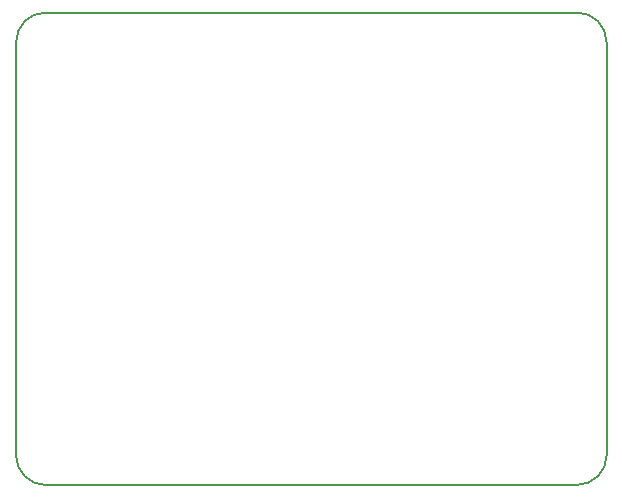
<source format=gm1>
G04 #@! TF.FileFunction,Profile,NP*
%FSLAX46Y46*%
G04 Gerber Fmt 4.6, Leading zero omitted, Abs format (unit mm)*
G04 Created by KiCad (PCBNEW 4.0.2+dfsg1-stable) date lör 18 feb 2017 00:44:11*
%MOMM*%
G01*
G04 APERTURE LIST*
%ADD10C,0.100000*%
%ADD11C,0.200000*%
G04 APERTURE END LIST*
D10*
D11*
X130000000Y-122500000D02*
G75*
G03X132500000Y-125000000I2500000J0D01*
G01*
X132500000Y-85000000D02*
G75*
G03X130000000Y-87500000I0J-2500000D01*
G01*
X177500000Y-125000000D02*
G75*
G03X180000000Y-122500000I0J2500000D01*
G01*
X180000000Y-87500000D02*
G75*
G03X177500000Y-85000000I-2500000J0D01*
G01*
X180000000Y-87500000D02*
X180000000Y-122500000D01*
X130000000Y-87500000D02*
X130000000Y-122500000D01*
X132500000Y-125000000D02*
X177500000Y-125000000D01*
X132500000Y-85000000D02*
X177500000Y-85000000D01*
M02*

</source>
